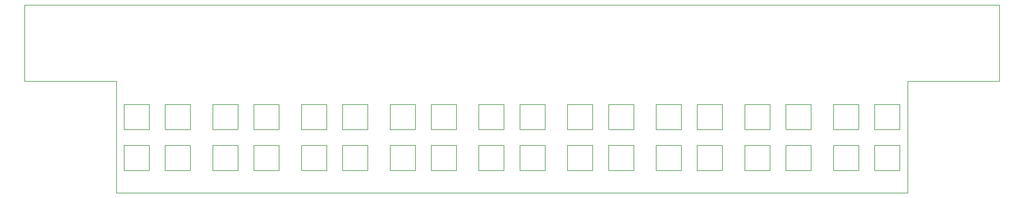
<source format=gko>
G04 Layer: BoardOutlineLayer*
G04 EasyEDA v6.5.34, 2023-08-27 23:32:40*
G04 d061e9a780f541beb3afb4a1d4dccede,5a6b42c53f6a479593ecc07194224c93,10*
G04 Gerber Generator version 0.2*
G04 Scale: 100 percent, Rotated: No, Reflected: No *
G04 Dimensions in millimeters *
G04 leading zeros omitted , absolute positions ,4 integer and 5 decimal *
%FSLAX45Y45*%
%MOMM*%

%ADD10C,0.2540*%
D10*
X2120900Y8204200D02*
G01*
X44361100Y8204200D01*
X44361100Y4889500D01*
X40386000Y4889500D01*
X40386000Y38100D01*
X6096000Y38100D01*
X6096000Y4889500D01*
X2120900Y4889500D01*
X2120900Y8204200D01*
X38950900Y2108200D02*
G01*
X38950900Y1016000D01*
X38950900Y1016000D02*
G01*
X40043100Y1016000D01*
X40043100Y1016000D02*
G01*
X40043100Y2108200D01*
X40043100Y2108200D02*
G01*
X38950900Y2108200D01*
X38950900Y3886200D02*
G01*
X38950900Y2794000D01*
X38950900Y2794000D02*
G01*
X40043100Y2794000D01*
X40043100Y2794000D02*
G01*
X40043100Y3886200D01*
X40043100Y3886200D02*
G01*
X38950900Y3886200D01*
X37171807Y2108200D02*
G01*
X37171807Y1016000D01*
X37171807Y1016000D02*
G01*
X38264007Y1016000D01*
X38264007Y1016000D02*
G01*
X38264007Y2108200D01*
X38264007Y2108200D02*
G01*
X37171807Y2108200D01*
X37171807Y3886200D02*
G01*
X37171807Y2794000D01*
X37171807Y2794000D02*
G01*
X38264007Y2794000D01*
X38264007Y2794000D02*
G01*
X38264007Y3886200D01*
X38264007Y3886200D02*
G01*
X37171807Y3886200D01*
X35107702Y2108200D02*
G01*
X35107702Y1016000D01*
X35107702Y1016000D02*
G01*
X36199902Y1016000D01*
X36199902Y1016000D02*
G01*
X36199902Y2108200D01*
X36199902Y2108200D02*
G01*
X35107702Y2108200D01*
X35107702Y3886200D02*
G01*
X35107702Y2794000D01*
X35107702Y2794000D02*
G01*
X36199902Y2794000D01*
X36199902Y2794000D02*
G01*
X36199902Y3886200D01*
X36199902Y3886200D02*
G01*
X35107702Y3886200D01*
X33328609Y2108200D02*
G01*
X33328609Y1016000D01*
X33328609Y1016000D02*
G01*
X34420809Y1016000D01*
X34420809Y1016000D02*
G01*
X34420809Y2108200D01*
X34420809Y2108200D02*
G01*
X33328609Y2108200D01*
X33328609Y3886200D02*
G01*
X33328609Y2794000D01*
X33328609Y2794000D02*
G01*
X34420809Y2794000D01*
X34420809Y2794000D02*
G01*
X34420809Y3886200D01*
X34420809Y3886200D02*
G01*
X33328609Y3886200D01*
X31264504Y2108200D02*
G01*
X31264504Y1016000D01*
X31264504Y1016000D02*
G01*
X32356704Y1016000D01*
X32356704Y1016000D02*
G01*
X32356704Y2108200D01*
X32356704Y2108200D02*
G01*
X31264504Y2108200D01*
X31264504Y3886200D02*
G01*
X31264504Y2794000D01*
X31264504Y2794000D02*
G01*
X32356704Y2794000D01*
X32356704Y2794000D02*
G01*
X32356704Y3886200D01*
X32356704Y3886200D02*
G01*
X31264504Y3886200D01*
X29485412Y2108200D02*
G01*
X29485412Y1016000D01*
X29485412Y1016000D02*
G01*
X30577612Y1016000D01*
X30577612Y1016000D02*
G01*
X30577612Y2108200D01*
X30577612Y2108200D02*
G01*
X29485412Y2108200D01*
X29485412Y3886200D02*
G01*
X29485412Y2794000D01*
X29485412Y2794000D02*
G01*
X30577612Y2794000D01*
X30577612Y2794000D02*
G01*
X30577612Y3886200D01*
X30577612Y3886200D02*
G01*
X29485412Y3886200D01*
X27421306Y2108200D02*
G01*
X27421306Y1016000D01*
X27421306Y1016000D02*
G01*
X28513506Y1016000D01*
X28513506Y1016000D02*
G01*
X28513506Y2108200D01*
X28513506Y2108200D02*
G01*
X27421306Y2108200D01*
X27421306Y3886200D02*
G01*
X27421306Y2794000D01*
X27421306Y2794000D02*
G01*
X28513506Y2794000D01*
X28513506Y2794000D02*
G01*
X28513506Y3886200D01*
X28513506Y3886200D02*
G01*
X27421306Y3886200D01*
X25642214Y2108200D02*
G01*
X25642214Y1016000D01*
X25642214Y1016000D02*
G01*
X26734414Y1016000D01*
X26734414Y1016000D02*
G01*
X26734414Y2108200D01*
X26734414Y2108200D02*
G01*
X25642214Y2108200D01*
X25642214Y3886200D02*
G01*
X25642214Y2794000D01*
X25642214Y2794000D02*
G01*
X26734414Y2794000D01*
X26734414Y2794000D02*
G01*
X26734414Y3886200D01*
X26734414Y3886200D02*
G01*
X25642214Y3886200D01*
X23578083Y2108200D02*
G01*
X23578083Y1016000D01*
X23578083Y1016000D02*
G01*
X24670283Y1016000D01*
X24670283Y1016000D02*
G01*
X24670283Y2108200D01*
X24670283Y2108200D02*
G01*
X23578083Y2108200D01*
X23578083Y3886200D02*
G01*
X23578083Y2794000D01*
X23578083Y2794000D02*
G01*
X24670283Y2794000D01*
X24670283Y2794000D02*
G01*
X24670283Y3886200D01*
X24670283Y3886200D02*
G01*
X23578083Y3886200D01*
X21799016Y2108200D02*
G01*
X21799016Y1016000D01*
X21799016Y1016000D02*
G01*
X22891216Y1016000D01*
X22891216Y1016000D02*
G01*
X22891216Y2108200D01*
X22891216Y2108200D02*
G01*
X21799016Y2108200D01*
X21799016Y3886200D02*
G01*
X21799016Y2794000D01*
X21799016Y2794000D02*
G01*
X22891216Y2794000D01*
X22891216Y2794000D02*
G01*
X22891216Y3886200D01*
X22891216Y3886200D02*
G01*
X21799016Y3886200D01*
X19734885Y2108200D02*
G01*
X19734885Y1016000D01*
X19734885Y1016000D02*
G01*
X20827085Y1016000D01*
X20827085Y1016000D02*
G01*
X20827085Y2108200D01*
X20827085Y2108200D02*
G01*
X19734885Y2108200D01*
X19734885Y3886200D02*
G01*
X19734885Y2794000D01*
X19734885Y2794000D02*
G01*
X20827085Y2794000D01*
X20827085Y2794000D02*
G01*
X20827085Y3886200D01*
X20827085Y3886200D02*
G01*
X19734885Y3886200D01*
X17955793Y2108200D02*
G01*
X17955793Y1016000D01*
X17955793Y1016000D02*
G01*
X19047993Y1016000D01*
X19047993Y1016000D02*
G01*
X19047993Y2108200D01*
X19047993Y2108200D02*
G01*
X17955793Y2108200D01*
X17955793Y3886200D02*
G01*
X17955793Y2794000D01*
X17955793Y2794000D02*
G01*
X19047993Y2794000D01*
X19047993Y2794000D02*
G01*
X19047993Y3886200D01*
X19047993Y3886200D02*
G01*
X17955793Y3886200D01*
X15891687Y2108200D02*
G01*
X15891687Y1016000D01*
X15891687Y1016000D02*
G01*
X16983887Y1016000D01*
X16983887Y1016000D02*
G01*
X16983887Y2108200D01*
X16983887Y2108200D02*
G01*
X15891687Y2108200D01*
X15891687Y3886200D02*
G01*
X15891687Y2794000D01*
X15891687Y2794000D02*
G01*
X16983887Y2794000D01*
X16983887Y2794000D02*
G01*
X16983887Y3886200D01*
X16983887Y3886200D02*
G01*
X15891687Y3886200D01*
X14112595Y2108200D02*
G01*
X14112595Y1016000D01*
X14112595Y1016000D02*
G01*
X15204795Y1016000D01*
X15204795Y1016000D02*
G01*
X15204795Y2108200D01*
X15204795Y2108200D02*
G01*
X14112595Y2108200D01*
X14112595Y3886200D02*
G01*
X14112595Y2794000D01*
X14112595Y2794000D02*
G01*
X15204795Y2794000D01*
X15204795Y2794000D02*
G01*
X15204795Y3886200D01*
X15204795Y3886200D02*
G01*
X14112595Y3886200D01*
X12048490Y2108200D02*
G01*
X12048490Y1016000D01*
X12048490Y1016000D02*
G01*
X13140690Y1016000D01*
X13140690Y1016000D02*
G01*
X13140690Y2108200D01*
X13140690Y2108200D02*
G01*
X12048490Y2108200D01*
X12048490Y3886200D02*
G01*
X12048490Y2794000D01*
X12048490Y2794000D02*
G01*
X13140690Y2794000D01*
X13140690Y2794000D02*
G01*
X13140690Y3886200D01*
X13140690Y3886200D02*
G01*
X12048490Y3886200D01*
X10269397Y2108200D02*
G01*
X10269397Y1016000D01*
X10269397Y1016000D02*
G01*
X11361597Y1016000D01*
X11361597Y1016000D02*
G01*
X11361597Y2108200D01*
X11361597Y2108200D02*
G01*
X10269397Y2108200D01*
X10269397Y3886200D02*
G01*
X10269397Y2794000D01*
X10269397Y2794000D02*
G01*
X11361597Y2794000D01*
X11361597Y2794000D02*
G01*
X11361597Y3886200D01*
X11361597Y3886200D02*
G01*
X10269397Y3886200D01*
X8205292Y2108200D02*
G01*
X8205292Y1016000D01*
X8205292Y1016000D02*
G01*
X9297492Y1016000D01*
X9297492Y1016000D02*
G01*
X9297492Y2108200D01*
X9297492Y2108200D02*
G01*
X8205292Y2108200D01*
X8205292Y3886200D02*
G01*
X8205292Y2794000D01*
X8205292Y2794000D02*
G01*
X9297492Y2794000D01*
X9297492Y2794000D02*
G01*
X9297492Y3886200D01*
X9297492Y3886200D02*
G01*
X8205292Y3886200D01*
X6426200Y2108200D02*
G01*
X6426200Y1016000D01*
X6426200Y1016000D02*
G01*
X7518400Y1016000D01*
X7518400Y1016000D02*
G01*
X7518400Y2108200D01*
X7518400Y2108200D02*
G01*
X6426200Y2108200D01*
X6426200Y3886200D02*
G01*
X6426200Y2794000D01*
X6426200Y2794000D02*
G01*
X7518400Y2794000D01*
X7518400Y2794000D02*
G01*
X7518400Y3886200D01*
X7518400Y3886200D02*
G01*
X6426200Y3886200D01*

%LPD*%
M02*

</source>
